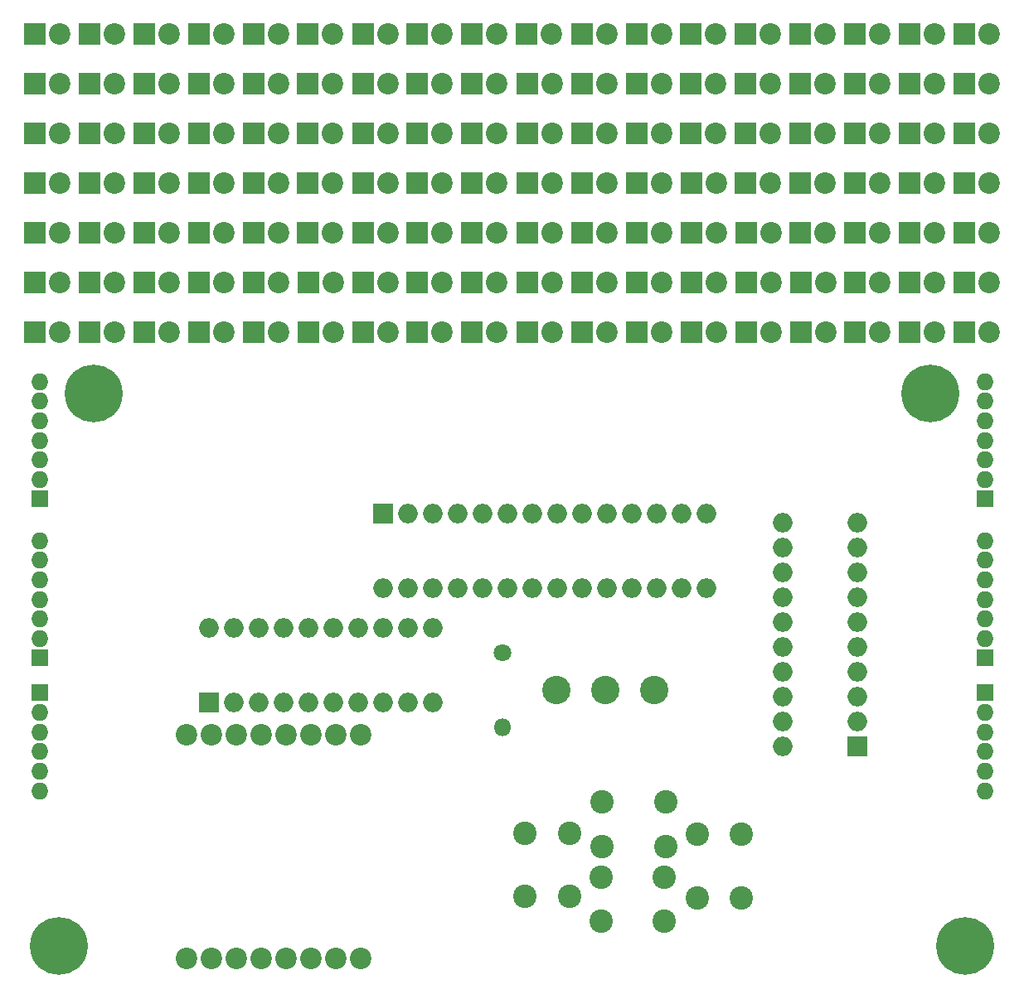
<source format=gbr>
G04 #@! TF.FileFunction,Soldermask,Bot*
%FSLAX46Y46*%
G04 Gerber Fmt 4.6, Leading zero omitted, Abs format (unit mm)*
G04 Created by KiCad (PCBNEW 4.0.7) date 01/18/18 14:45:31*
%MOMM*%
%LPD*%
G01*
G04 APERTURE LIST*
%ADD10C,0.100000*%
%ADD11R,2.200000X2.200000*%
%ADD12C,2.200000*%
%ADD13R,2.000000X2.000000*%
%ADD14O,2.000000X2.000000*%
%ADD15R,1.750000X1.750000*%
%ADD16O,1.750000X1.750000*%
%ADD17C,2.400000*%
%ADD18C,1.800000*%
%ADD19O,1.800000X1.800000*%
%ADD20C,2.900000*%
%ADD21C,5.900000*%
G04 APERTURE END LIST*
D10*
D11*
X99060000Y-77470000D03*
D12*
X101600000Y-77470000D03*
D13*
X183007000Y-150241000D03*
D14*
X175387000Y-127381000D03*
X183007000Y-147701000D03*
X175387000Y-129921000D03*
X183007000Y-145161000D03*
X175387000Y-132461000D03*
X183007000Y-142621000D03*
X175387000Y-135001000D03*
X183007000Y-140081000D03*
X175387000Y-137541000D03*
X183007000Y-137541000D03*
X175387000Y-140081000D03*
X183007000Y-135001000D03*
X175387000Y-142621000D03*
X183007000Y-132461000D03*
X175387000Y-145161000D03*
X183007000Y-129921000D03*
X175387000Y-147701000D03*
X183007000Y-127381000D03*
X175387000Y-150241000D03*
D15*
X196088000Y-141224000D03*
D16*
X196088000Y-139224000D03*
X196088000Y-137224000D03*
X196088000Y-135224000D03*
X196088000Y-133224000D03*
X196088000Y-131224000D03*
X196088000Y-129224000D03*
D17*
X166696000Y-159258000D03*
X171196000Y-159258000D03*
X166696000Y-165758000D03*
X171196000Y-165758000D03*
D13*
X116840000Y-145796000D03*
D14*
X139700000Y-138176000D03*
X119380000Y-145796000D03*
X137160000Y-138176000D03*
X121920000Y-145796000D03*
X134620000Y-138176000D03*
X124460000Y-145796000D03*
X132080000Y-138176000D03*
X127000000Y-145796000D03*
X129540000Y-138176000D03*
X129540000Y-145796000D03*
X127000000Y-138176000D03*
X132080000Y-145796000D03*
X124460000Y-138176000D03*
X134620000Y-145796000D03*
X121920000Y-138176000D03*
X137160000Y-145796000D03*
X119380000Y-138176000D03*
X139700000Y-145796000D03*
X116840000Y-138176000D03*
D13*
X134620000Y-126492000D03*
D14*
X167640000Y-134112000D03*
X137160000Y-126492000D03*
X165100000Y-134112000D03*
X139700000Y-126492000D03*
X162560000Y-134112000D03*
X142240000Y-126492000D03*
X160020000Y-134112000D03*
X144780000Y-126492000D03*
X157480000Y-134112000D03*
X147320000Y-126492000D03*
X154940000Y-134112000D03*
X149860000Y-126492000D03*
X152400000Y-134112000D03*
X152400000Y-126492000D03*
X149860000Y-134112000D03*
X154940000Y-126492000D03*
X147320000Y-134112000D03*
X157480000Y-126492000D03*
X144780000Y-134112000D03*
X160020000Y-126492000D03*
X142240000Y-134112000D03*
X162560000Y-126492000D03*
X139700000Y-134112000D03*
X165100000Y-126492000D03*
X137160000Y-134112000D03*
X167640000Y-126492000D03*
X134620000Y-134112000D03*
D18*
X146812000Y-140716000D03*
D19*
X146812000Y-148336000D03*
D11*
X166116000Y-107950000D03*
D12*
X168656000Y-107950000D03*
D11*
X143637000Y-107950000D03*
D12*
X146177000Y-107950000D03*
D11*
X177292000Y-107950000D03*
D12*
X179832000Y-107950000D03*
D11*
X99060000Y-82550000D03*
D12*
X101600000Y-82550000D03*
D11*
X99060000Y-87630000D03*
D12*
X101600000Y-87630000D03*
D11*
X99060000Y-92710000D03*
D12*
X101600000Y-92710000D03*
D11*
X99060000Y-97790000D03*
D12*
X101600000Y-97790000D03*
D11*
X99060000Y-102870000D03*
D12*
X101600000Y-102870000D03*
D11*
X99060000Y-107950000D03*
D12*
X101600000Y-107950000D03*
D11*
X104648000Y-77470000D03*
D12*
X107188000Y-77470000D03*
D11*
X104648000Y-82550000D03*
D12*
X107188000Y-82550000D03*
D11*
X104648000Y-87630000D03*
D12*
X107188000Y-87630000D03*
D11*
X104648000Y-92710000D03*
D12*
X107188000Y-92710000D03*
D11*
X104648000Y-97790000D03*
D12*
X107188000Y-97790000D03*
D11*
X104648000Y-102870000D03*
D12*
X107188000Y-102870000D03*
D11*
X104648000Y-107950000D03*
D12*
X107188000Y-107950000D03*
D11*
X110236000Y-77470000D03*
D12*
X112776000Y-77470000D03*
D11*
X110236000Y-82550000D03*
D12*
X112776000Y-82550000D03*
D11*
X110236000Y-87630000D03*
D12*
X112776000Y-87630000D03*
D11*
X110236000Y-92710000D03*
D12*
X112776000Y-92710000D03*
D11*
X110236000Y-97790000D03*
D12*
X112776000Y-97790000D03*
D11*
X110236000Y-102870000D03*
D12*
X112776000Y-102870000D03*
D11*
X110236000Y-107950000D03*
D12*
X112776000Y-107950000D03*
D11*
X115824000Y-77470000D03*
D12*
X118364000Y-77470000D03*
D11*
X115824000Y-82550000D03*
D12*
X118364000Y-82550000D03*
D11*
X115824000Y-87630000D03*
D12*
X118364000Y-87630000D03*
D11*
X115824000Y-92710000D03*
D12*
X118364000Y-92710000D03*
D11*
X115824000Y-97790000D03*
D12*
X118364000Y-97790000D03*
D11*
X115824000Y-102870000D03*
D12*
X118364000Y-102870000D03*
D11*
X115824000Y-107950000D03*
D12*
X118364000Y-107950000D03*
D11*
X121412000Y-77470000D03*
D12*
X123952000Y-77470000D03*
D11*
X121412000Y-82550000D03*
D12*
X123952000Y-82550000D03*
D11*
X121412000Y-87630000D03*
D12*
X123952000Y-87630000D03*
D11*
X121412000Y-92710000D03*
D12*
X123952000Y-92710000D03*
D11*
X121412000Y-97790000D03*
D12*
X123952000Y-97790000D03*
D11*
X121412000Y-102870000D03*
D12*
X123952000Y-102870000D03*
D11*
X121412000Y-107950000D03*
D12*
X123952000Y-107950000D03*
D11*
X126873000Y-77470000D03*
D12*
X129413000Y-77470000D03*
D11*
X126873000Y-82550000D03*
D12*
X129413000Y-82550000D03*
D11*
X126873000Y-87630000D03*
D12*
X129413000Y-87630000D03*
D11*
X126873000Y-92710000D03*
D12*
X129413000Y-92710000D03*
D11*
X126873000Y-97790000D03*
D12*
X129413000Y-97790000D03*
D11*
X127000000Y-102870000D03*
D12*
X129540000Y-102870000D03*
D11*
X127000000Y-107950000D03*
D12*
X129540000Y-107950000D03*
D11*
X132588000Y-77470000D03*
D12*
X135128000Y-77470000D03*
D11*
X132588000Y-82550000D03*
D12*
X135128000Y-82550000D03*
D11*
X132588000Y-87630000D03*
D12*
X135128000Y-87630000D03*
D11*
X132588000Y-92710000D03*
D12*
X135128000Y-92710000D03*
D11*
X132588000Y-97790000D03*
D12*
X135128000Y-97790000D03*
D11*
X132588000Y-102870000D03*
D12*
X135128000Y-102870000D03*
D11*
X132588000Y-107950000D03*
D12*
X135128000Y-107950000D03*
D11*
X138049000Y-77470000D03*
D12*
X140589000Y-77470000D03*
D11*
X138049000Y-82550000D03*
D12*
X140589000Y-82550000D03*
D11*
X138049000Y-87630000D03*
D12*
X140589000Y-87630000D03*
D11*
X138049000Y-92710000D03*
D12*
X140589000Y-92710000D03*
D11*
X138049000Y-97790000D03*
D12*
X140589000Y-97790000D03*
D11*
X138049000Y-102870000D03*
D12*
X140589000Y-102870000D03*
D11*
X138049000Y-107950000D03*
D12*
X140589000Y-107950000D03*
D11*
X143637000Y-77470000D03*
D12*
X146177000Y-77470000D03*
D11*
X143637000Y-82550000D03*
D12*
X146177000Y-82550000D03*
D11*
X143637000Y-87630000D03*
D12*
X146177000Y-87630000D03*
D11*
X143637000Y-92710000D03*
D12*
X146177000Y-92710000D03*
D11*
X143637000Y-97790000D03*
D12*
X146177000Y-97790000D03*
D11*
X143637000Y-102870000D03*
D12*
X146177000Y-102870000D03*
D11*
X149225000Y-77470000D03*
D12*
X151765000Y-77470000D03*
D11*
X149352000Y-82550000D03*
D12*
X151892000Y-82550000D03*
D11*
X149352000Y-87630000D03*
D12*
X151892000Y-87630000D03*
D11*
X149352000Y-92710000D03*
D12*
X151892000Y-92710000D03*
D11*
X149352000Y-97790000D03*
D12*
X151892000Y-97790000D03*
D11*
X149352000Y-102870000D03*
D12*
X151892000Y-102870000D03*
D11*
X149352000Y-107950000D03*
D12*
X151892000Y-107950000D03*
D11*
X154940000Y-77470000D03*
D12*
X157480000Y-77470000D03*
D11*
X154940000Y-82550000D03*
D12*
X157480000Y-82550000D03*
D11*
X154940000Y-87630000D03*
D12*
X157480000Y-87630000D03*
D11*
X154940000Y-92710000D03*
D12*
X157480000Y-92710000D03*
D11*
X154940000Y-97790000D03*
D12*
X157480000Y-97790000D03*
D11*
X154940000Y-102870000D03*
D12*
X157480000Y-102870000D03*
D11*
X154940000Y-107950000D03*
D12*
X157480000Y-107950000D03*
D11*
X160528000Y-77470000D03*
D12*
X163068000Y-77470000D03*
D11*
X160528000Y-82550000D03*
D12*
X163068000Y-82550000D03*
D11*
X160528000Y-87630000D03*
D12*
X163068000Y-87630000D03*
D11*
X160528000Y-92710000D03*
D12*
X163068000Y-92710000D03*
D11*
X160528000Y-97790000D03*
D12*
X163068000Y-97790000D03*
D11*
X160528000Y-102870000D03*
D12*
X163068000Y-102870000D03*
D11*
X160528000Y-107950000D03*
D12*
X163068000Y-107950000D03*
D11*
X165989000Y-77470000D03*
D12*
X168529000Y-77470000D03*
D11*
X165989000Y-82550000D03*
D12*
X168529000Y-82550000D03*
D11*
X165989000Y-87630000D03*
D12*
X168529000Y-87630000D03*
D11*
X166116000Y-92710000D03*
D12*
X168656000Y-92710000D03*
D11*
X166116000Y-97790000D03*
D12*
X168656000Y-97790000D03*
D11*
X166116000Y-102870000D03*
D12*
X168656000Y-102870000D03*
D11*
X171577000Y-77470000D03*
D12*
X174117000Y-77470000D03*
D11*
X171577000Y-82550000D03*
D12*
X174117000Y-82550000D03*
D11*
X171577000Y-87630000D03*
D12*
X174117000Y-87630000D03*
D11*
X171577000Y-92710000D03*
D12*
X174117000Y-92710000D03*
D11*
X171704000Y-97790000D03*
D12*
X174244000Y-97790000D03*
D11*
X171704000Y-102870000D03*
D12*
X174244000Y-102870000D03*
D11*
X171704000Y-107950000D03*
D12*
X174244000Y-107950000D03*
D11*
X177165000Y-77470000D03*
D12*
X179705000Y-77470000D03*
D11*
X177165000Y-82550000D03*
D12*
X179705000Y-82550000D03*
D11*
X177165000Y-87630000D03*
D12*
X179705000Y-87630000D03*
D11*
X177165000Y-92710000D03*
D12*
X179705000Y-92710000D03*
D11*
X177165000Y-97790000D03*
D12*
X179705000Y-97790000D03*
D11*
X177292000Y-102870000D03*
D12*
X179832000Y-102870000D03*
D11*
X182753000Y-77470000D03*
D12*
X185293000Y-77470000D03*
D11*
X182753000Y-82550000D03*
D12*
X185293000Y-82550000D03*
D11*
X182753000Y-87630000D03*
D12*
X185293000Y-87630000D03*
D11*
X182753000Y-92710000D03*
D12*
X185293000Y-92710000D03*
D11*
X182753000Y-97790000D03*
D12*
X185293000Y-97790000D03*
D11*
X182753000Y-102870000D03*
D12*
X185293000Y-102870000D03*
D11*
X182753000Y-107950000D03*
D12*
X185293000Y-107950000D03*
D11*
X188341000Y-77470000D03*
D12*
X190881000Y-77470000D03*
D11*
X188341000Y-82550000D03*
D12*
X190881000Y-82550000D03*
D11*
X188341000Y-87630000D03*
D12*
X190881000Y-87630000D03*
D11*
X188341000Y-92710000D03*
D12*
X190881000Y-92710000D03*
D11*
X188341000Y-97790000D03*
D12*
X190881000Y-97790000D03*
D11*
X188341000Y-102870000D03*
D12*
X190881000Y-102870000D03*
D11*
X188341000Y-107950000D03*
D12*
X190881000Y-107950000D03*
D11*
X193929000Y-77470000D03*
D12*
X196469000Y-77470000D03*
D11*
X193929000Y-82550000D03*
D12*
X196469000Y-82550000D03*
D11*
X193929000Y-87630000D03*
D12*
X196469000Y-87630000D03*
D11*
X193929000Y-92710000D03*
D12*
X196469000Y-92710000D03*
D11*
X193929000Y-97790000D03*
D12*
X196469000Y-97790000D03*
D11*
X193929000Y-102870000D03*
D12*
X196469000Y-102870000D03*
D11*
X193929000Y-107950000D03*
D12*
X196469000Y-107950000D03*
D15*
X99568000Y-144780000D03*
D16*
X99568000Y-146780000D03*
X99568000Y-148780000D03*
X99568000Y-150780000D03*
X99568000Y-152780000D03*
X99568000Y-154780000D03*
D15*
X99568000Y-124968000D03*
D16*
X99568000Y-122968000D03*
X99568000Y-120968000D03*
X99568000Y-118968000D03*
X99568000Y-116968000D03*
X99568000Y-114968000D03*
X99568000Y-112968000D03*
D15*
X99568000Y-141224000D03*
D16*
X99568000Y-139224000D03*
X99568000Y-137224000D03*
X99568000Y-135224000D03*
X99568000Y-133224000D03*
X99568000Y-131224000D03*
X99568000Y-129224000D03*
D15*
X196088000Y-124968000D03*
D16*
X196088000Y-122968000D03*
X196088000Y-120968000D03*
X196088000Y-118968000D03*
X196088000Y-116968000D03*
X196088000Y-114968000D03*
X196088000Y-112968000D03*
D15*
X196088000Y-144780000D03*
D16*
X196088000Y-146780000D03*
X196088000Y-148780000D03*
X196088000Y-150780000D03*
X196088000Y-152780000D03*
X196088000Y-154780000D03*
D20*
X157306000Y-144526000D03*
X152306000Y-144526000D03*
X162306000Y-144526000D03*
D17*
X156972000Y-160456000D03*
X156972000Y-155956000D03*
X163472000Y-160456000D03*
X163472000Y-155956000D03*
X153598000Y-165608000D03*
X149098000Y-165608000D03*
X153598000Y-159108000D03*
X149098000Y-159108000D03*
X163322000Y-163648000D03*
X163322000Y-168148000D03*
X156822000Y-163648000D03*
X156822000Y-168148000D03*
D21*
X101473000Y-170688000D03*
X194056000Y-170688000D03*
X105029000Y-114173000D03*
X190500000Y-114173000D03*
D12*
X114554000Y-149098000D03*
X117094000Y-149098000D03*
X119634000Y-149098000D03*
X122174000Y-149098000D03*
X124714000Y-149098000D03*
X127254000Y-149098000D03*
X129794000Y-149098000D03*
X132334000Y-149098000D03*
X132334000Y-171958000D03*
X129794000Y-171958000D03*
X127254000Y-171958000D03*
X124714000Y-171958000D03*
X122174000Y-171958000D03*
X119634000Y-171958000D03*
X117094000Y-171958000D03*
X114554000Y-171958000D03*
M02*

</source>
